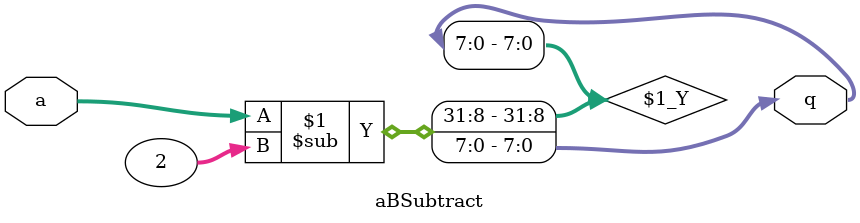
<source format=sv>
module aBSubtract #(parameter N = 8, B = 2)
                   (input logic [N-1:0] a,
                    output logic [N-1:0] q);

	assign q = a - B;
endmodule

</source>
